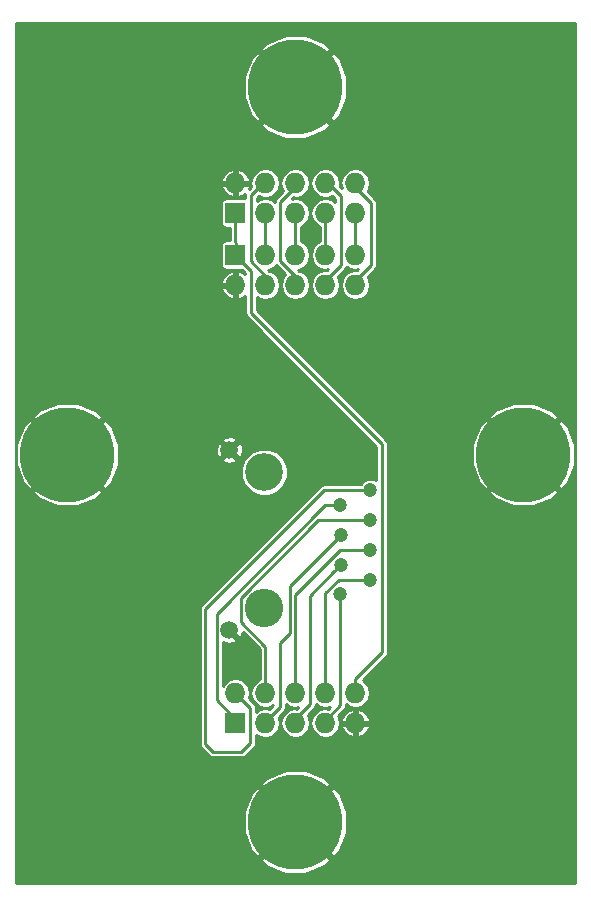
<source format=gbr>
G04 #@! TF.FileFunction,Copper,L1,Top,Signal*
%FSLAX46Y46*%
G04 Gerber Fmt 4.6, Leading zero omitted, Abs format (unit mm)*
G04 Created by KiCad (PCBNEW (after 2015-may-01 BZR unknown)-product) date Sun 17 May 2015 03:57:26 AM PDT*
%MOMM*%
G01*
G04 APERTURE LIST*
%ADD10C,0.100000*%
%ADD11R,1.727200X1.727200*%
%ADD12O,1.727200X1.727200*%
%ADD13C,3.251200*%
%ADD14C,3.200400*%
%ADD15C,1.200000*%
%ADD16C,1.500000*%
%ADD17C,8.001000*%
%ADD18C,0.250000*%
%ADD19C,0.254000*%
G04 APERTURE END LIST*
D10*
D11*
X128270000Y-69596000D03*
D12*
X128270000Y-72136000D03*
X130810000Y-69596000D03*
X130810000Y-72136000D03*
X133350000Y-69596000D03*
X133350000Y-72136000D03*
X135890000Y-69596000D03*
X135890000Y-72136000D03*
X138430000Y-69596000D03*
X138430000Y-72136000D03*
D13*
X130708400Y-99441000D03*
D14*
X130708400Y-87985600D03*
D15*
X137160000Y-90779600D03*
X137185400Y-93319600D03*
X137185400Y-95834200D03*
X137142220Y-98308160D03*
X139700000Y-89509600D03*
X139700000Y-92049600D03*
X139700000Y-94564200D03*
X139700000Y-97129600D03*
D16*
X127762000Y-101346000D03*
X127762000Y-86106000D03*
D17*
X114046000Y-86487000D03*
X133350000Y-55372000D03*
X152654000Y-86487000D03*
X133350000Y-117602000D03*
D11*
X128270000Y-66040000D03*
D12*
X128270000Y-63500000D03*
X130810000Y-66040000D03*
X130810000Y-63500000D03*
X133350000Y-66040000D03*
X133350000Y-63500000D03*
X135890000Y-66040000D03*
X135890000Y-63500000D03*
X138430000Y-66040000D03*
X138430000Y-63500000D03*
D11*
X128270000Y-109220000D03*
D12*
X128270000Y-106680000D03*
X130810000Y-109220000D03*
X130810000Y-106680000D03*
X133350000Y-109220000D03*
X133350000Y-106680000D03*
X135890000Y-109220000D03*
X135890000Y-106680000D03*
X138430000Y-109220000D03*
X138430000Y-106680000D03*
D18*
X130810000Y-67228900D02*
X130810000Y-69596000D01*
X130810000Y-67228900D02*
X130810000Y-67228900D01*
X130810000Y-66040000D02*
X130810000Y-67228900D01*
X130937000Y-72136000D02*
X130810000Y-72009000D01*
X130810000Y-72009000D02*
X130810000Y-71355130D01*
X129586000Y-70131130D02*
X129586000Y-64533500D01*
X130810000Y-71355130D02*
X129586000Y-70131130D01*
X129586000Y-64533500D02*
X130810000Y-63309500D01*
X130810000Y-63500000D02*
X130810000Y-63309500D01*
X130810000Y-63309500D02*
X130810000Y-63119000D01*
X133350000Y-67228900D02*
X133350000Y-69596000D01*
X133350000Y-67228900D02*
X133350000Y-67228900D01*
X133350000Y-66040000D02*
X133350000Y-67228900D01*
X133350000Y-63818400D02*
X132080000Y-65088400D01*
X132080000Y-65088400D02*
X132080000Y-70104000D01*
X132080000Y-70104000D02*
X133477000Y-71501000D01*
X133477000Y-71501000D02*
X133477000Y-72136000D01*
X133350000Y-63500000D02*
X133350000Y-63818400D01*
X133350000Y-63818400D02*
X133350000Y-64136900D01*
X135890000Y-67228900D02*
X135890000Y-69596000D01*
X135890000Y-67228900D02*
X135890000Y-67228900D01*
X135890000Y-66040000D02*
X135890000Y-67228900D01*
X136017000Y-72136000D02*
X135890000Y-72009000D01*
X135890000Y-72009000D02*
X135890000Y-71755000D01*
X137205900Y-64629900D02*
X136076000Y-63500000D01*
X135890000Y-71755000D02*
X137205900Y-70439100D01*
X137205900Y-70439100D02*
X137205900Y-64629900D01*
X135890000Y-63500000D02*
X136076000Y-63500000D01*
X136076000Y-63500000D02*
X136262000Y-63500000D01*
X128270000Y-109220000D02*
X128016000Y-109220000D01*
X128016000Y-108585000D02*
X126678000Y-107247000D01*
X128016000Y-109220000D02*
X128016000Y-108585000D01*
X126678000Y-107247000D02*
X126678000Y-99968500D01*
X126678000Y-99968500D02*
X135867000Y-90779600D01*
X135867000Y-90779600D02*
X137160000Y-90779600D01*
X130810000Y-109220000D02*
X130810000Y-109093000D01*
X130810000Y-109093000D02*
X131999000Y-107904000D01*
X131999000Y-107904000D02*
X131999000Y-102467000D01*
X131999000Y-102467000D02*
X132900000Y-101566000D01*
X132900000Y-101566000D02*
X132900000Y-97605400D01*
X132900000Y-97605400D02*
X136675400Y-93829300D01*
X136675400Y-93829300D02*
X137185000Y-93319600D01*
X136675700Y-93829300D02*
X137185400Y-93319600D01*
X136675400Y-93829300D02*
X136675700Y-93829300D01*
X133350000Y-109220000D02*
X133477000Y-109093000D01*
X133477000Y-109093000D02*
X133604000Y-109093000D01*
X133604000Y-109093000D02*
X133604000Y-108585000D01*
X134539000Y-107650000D02*
X134539000Y-98480700D01*
X133604000Y-108585000D02*
X134539000Y-107650000D01*
X134539000Y-98480700D02*
X136650000Y-96369300D01*
X136650000Y-96369300D02*
X137185000Y-95834200D01*
X136650300Y-96369300D02*
X137185400Y-95834200D01*
X136650000Y-96369300D02*
X136650300Y-96369300D01*
X135890000Y-109220000D02*
X136017000Y-109093000D01*
X136017000Y-108839000D02*
X137142000Y-107714000D01*
X136017000Y-109093000D02*
X136017000Y-108839000D01*
X137142000Y-107714000D02*
X137142000Y-102012200D01*
X137142000Y-102012200D02*
X137142000Y-98308200D01*
X137142200Y-102012000D02*
X137142200Y-98308200D01*
X137142000Y-102012200D02*
X137142200Y-102012000D01*
X139700000Y-89509600D02*
X135788000Y-89509600D01*
X135788000Y-89509600D02*
X125730000Y-99567600D01*
X125730000Y-99567600D02*
X125730000Y-110998000D01*
X129540000Y-110871000D02*
X129540000Y-107950000D01*
X125730000Y-110998000D02*
X126365000Y-111633000D01*
X129540000Y-107950000D02*
X128270000Y-106680000D01*
X126365000Y-111633000D02*
X128778000Y-111633000D01*
X128778000Y-111633000D02*
X129540000Y-110871000D01*
X130810000Y-102743000D02*
X130810000Y-106680000D01*
X128705000Y-100638000D02*
X130810000Y-102743000D01*
X128705000Y-98620700D02*
X128705000Y-100638000D01*
X135276000Y-92049600D02*
X128705000Y-98620700D01*
X139700000Y-92049600D02*
X135276000Y-92049600D01*
X133350000Y-105458686D02*
X133350000Y-106680000D01*
X133350000Y-101752410D02*
X133350000Y-105458686D01*
X133350010Y-101752400D02*
X133350000Y-101752410D01*
X133350010Y-98346790D02*
X133350010Y-101752400D01*
X139700000Y-94564200D02*
X137133000Y-94564200D01*
X137133000Y-94564200D02*
X133350010Y-98346790D01*
X135890000Y-98250900D02*
X135890000Y-106680000D01*
X137011000Y-97129600D02*
X135890000Y-98250900D01*
X139700000Y-97129600D02*
X137011000Y-97129600D01*
X138430000Y-106680000D02*
X138430000Y-105491100D01*
X138430000Y-105491100D02*
X140686000Y-103235100D01*
X140686000Y-103235100D02*
X140686000Y-85602800D01*
X140686000Y-85602800D02*
X129585900Y-74502700D01*
X129585900Y-74502700D02*
X129585900Y-70911900D01*
X128657280Y-69983280D02*
X128657280Y-69481895D01*
X129585900Y-70911900D02*
X128657280Y-69983280D01*
X128270000Y-68280100D02*
X128270000Y-68407100D01*
X128270000Y-66040000D02*
X128270000Y-68280100D01*
X128651000Y-69596000D02*
X128270000Y-68407100D01*
X138430000Y-67228900D02*
X138430000Y-69596000D01*
X138430000Y-67228900D02*
X138430000Y-67228900D01*
X138430000Y-66040000D02*
X138430000Y-67228900D01*
X138430000Y-63500000D02*
X138557000Y-63627000D01*
X138557000Y-63627000D02*
X138557000Y-64008000D01*
X138557000Y-64008000D02*
X139745900Y-65196900D01*
X139745900Y-65196900D02*
X139745900Y-70439100D01*
X139745900Y-70439100D02*
X138303000Y-71882000D01*
X138303000Y-71882000D02*
X138557000Y-72136000D01*
D19*
G36*
X131451942Y-107735465D02*
X131149355Y-108038052D01*
X130834383Y-107975400D01*
X130785617Y-107975400D01*
X130309329Y-108070140D01*
X130046000Y-108246090D01*
X130046000Y-107950000D01*
X130007483Y-107756362D01*
X129897796Y-107592204D01*
X129447169Y-107141577D01*
X129538983Y-106680000D01*
X129444243Y-106203712D01*
X129174448Y-105799935D01*
X128770671Y-105530140D01*
X128294383Y-105435400D01*
X128245617Y-105435400D01*
X127769329Y-105530140D01*
X127365552Y-105799935D01*
X127184000Y-106071646D01*
X127184000Y-102333292D01*
X127191059Y-102347898D01*
X127617930Y-102490123D01*
X128066733Y-102458164D01*
X128332941Y-102347898D01*
X128414841Y-102178446D01*
X127762000Y-101525605D01*
X127747857Y-101539747D01*
X127568252Y-101360142D01*
X127582395Y-101346000D01*
X127568252Y-101331857D01*
X127747857Y-101152252D01*
X127762000Y-101166395D01*
X127776142Y-101152252D01*
X127955747Y-101331857D01*
X127941605Y-101346000D01*
X128594446Y-101998841D01*
X128763898Y-101916941D01*
X128889967Y-101538559D01*
X130304000Y-102952592D01*
X130304000Y-105533700D01*
X129905552Y-105799935D01*
X129635757Y-106203712D01*
X129541017Y-106680000D01*
X129635757Y-107156288D01*
X129905552Y-107560065D01*
X130309329Y-107829860D01*
X130785617Y-107924600D01*
X130834383Y-107924600D01*
X131310671Y-107829860D01*
X131451942Y-107735465D01*
X131451942Y-107735465D01*
G37*
X131451942Y-107735465D02*
X131149355Y-108038052D01*
X130834383Y-107975400D01*
X130785617Y-107975400D01*
X130309329Y-108070140D01*
X130046000Y-108246090D01*
X130046000Y-107950000D01*
X130007483Y-107756362D01*
X129897796Y-107592204D01*
X129447169Y-107141577D01*
X129538983Y-106680000D01*
X129444243Y-106203712D01*
X129174448Y-105799935D01*
X128770671Y-105530140D01*
X128294383Y-105435400D01*
X128245617Y-105435400D01*
X127769329Y-105530140D01*
X127365552Y-105799935D01*
X127184000Y-106071646D01*
X127184000Y-102333292D01*
X127191059Y-102347898D01*
X127617930Y-102490123D01*
X128066733Y-102458164D01*
X128332941Y-102347898D01*
X128414841Y-102178446D01*
X127762000Y-101525605D01*
X127747857Y-101539747D01*
X127568252Y-101360142D01*
X127582395Y-101346000D01*
X127568252Y-101331857D01*
X127747857Y-101152252D01*
X127762000Y-101166395D01*
X127776142Y-101152252D01*
X127955747Y-101331857D01*
X127941605Y-101346000D01*
X128594446Y-101998841D01*
X128763898Y-101916941D01*
X128889967Y-101538559D01*
X130304000Y-102952592D01*
X130304000Y-105533700D01*
X129905552Y-105799935D01*
X129635757Y-106203712D01*
X129541017Y-106680000D01*
X129635757Y-107156288D01*
X129905552Y-107560065D01*
X130309329Y-107829860D01*
X130785617Y-107924600D01*
X130834383Y-107924600D01*
X131310671Y-107829860D01*
X131451942Y-107735465D01*
G36*
X157049000Y-122759000D02*
X157044688Y-122759000D01*
X157044688Y-85663001D01*
X156395137Y-84045480D01*
X156341341Y-83964971D01*
X155834032Y-83486573D01*
X155654427Y-83666178D01*
X155654427Y-83306968D01*
X155176029Y-82799659D01*
X153572967Y-82115202D01*
X151830001Y-82096312D01*
X150212480Y-82745863D01*
X150131971Y-82799659D01*
X149653573Y-83306968D01*
X152654000Y-86307395D01*
X155654427Y-83306968D01*
X155654427Y-83666178D01*
X152833605Y-86487000D01*
X155834032Y-89487427D01*
X156341341Y-89009029D01*
X157025798Y-87405967D01*
X157044688Y-85663001D01*
X157044688Y-122759000D01*
X155654427Y-122759000D01*
X155654427Y-89667032D01*
X152654000Y-86666605D01*
X152474395Y-86846210D01*
X152474395Y-86487000D01*
X149473968Y-83486573D01*
X148966659Y-83964971D01*
X148282202Y-85568033D01*
X148263312Y-87310999D01*
X148912863Y-88928520D01*
X148966659Y-89009029D01*
X149473968Y-89487427D01*
X152474395Y-86487000D01*
X152474395Y-86846210D01*
X149653573Y-89667032D01*
X150131971Y-90174341D01*
X151735033Y-90858798D01*
X153477999Y-90877688D01*
X155095520Y-90228137D01*
X155176029Y-90174341D01*
X155654427Y-89667032D01*
X155654427Y-122759000D01*
X141192000Y-122759000D01*
X141192000Y-103235100D01*
X141192000Y-85602800D01*
X141153483Y-85409162D01*
X141043796Y-85245004D01*
X140251900Y-84453108D01*
X140251900Y-70439100D01*
X140251900Y-65196900D01*
X140213383Y-65003263D01*
X140213383Y-65003262D01*
X140103696Y-64839104D01*
X139458700Y-64194108D01*
X139604243Y-63976288D01*
X139698983Y-63500000D01*
X139604243Y-63023712D01*
X139334448Y-62619935D01*
X138930671Y-62350140D01*
X138454383Y-62255400D01*
X138405617Y-62255400D01*
X137929329Y-62350140D01*
X137740688Y-62476185D01*
X137740688Y-54548001D01*
X137091137Y-52930480D01*
X137037341Y-52849971D01*
X136530032Y-52371573D01*
X136350427Y-52551178D01*
X136350427Y-52191968D01*
X135872029Y-51684659D01*
X134268967Y-51000202D01*
X132526001Y-50981312D01*
X130908480Y-51630863D01*
X130827971Y-51684659D01*
X130349573Y-52191968D01*
X133350000Y-55192395D01*
X136350427Y-52191968D01*
X136350427Y-52551178D01*
X133529605Y-55372000D01*
X136530032Y-58372427D01*
X137037341Y-57894029D01*
X137721798Y-56290967D01*
X137740688Y-54548001D01*
X137740688Y-62476185D01*
X137525552Y-62619935D01*
X137255757Y-63023712D01*
X137161017Y-63500000D01*
X137252746Y-63961154D01*
X137098028Y-63806436D01*
X137158983Y-63500000D01*
X137064243Y-63023712D01*
X136794448Y-62619935D01*
X136390671Y-62350140D01*
X136350427Y-62342134D01*
X136350427Y-58552032D01*
X133350000Y-55551605D01*
X133170395Y-55731210D01*
X133170395Y-55372000D01*
X130169968Y-52371573D01*
X129662659Y-52849971D01*
X128978202Y-54453033D01*
X128959312Y-56195999D01*
X129608863Y-57813520D01*
X129662659Y-57894029D01*
X130169968Y-58372427D01*
X133170395Y-55372000D01*
X133170395Y-55731210D01*
X130349573Y-58552032D01*
X130827971Y-59059341D01*
X132431033Y-59743798D01*
X134173999Y-59762688D01*
X135791520Y-59113137D01*
X135872029Y-59059341D01*
X136350427Y-58552032D01*
X136350427Y-62342134D01*
X135914383Y-62255400D01*
X135865617Y-62255400D01*
X135389329Y-62350140D01*
X134985552Y-62619935D01*
X134715757Y-63023712D01*
X134621017Y-63500000D01*
X134715757Y-63976288D01*
X134985552Y-64380065D01*
X135389329Y-64649860D01*
X135865617Y-64744600D01*
X135914383Y-64744600D01*
X136390671Y-64649860D01*
X136462364Y-64601956D01*
X136699900Y-64839492D01*
X136699900Y-65096760D01*
X136390671Y-64890140D01*
X135914383Y-64795400D01*
X135865617Y-64795400D01*
X135389329Y-64890140D01*
X134985552Y-65159935D01*
X134715757Y-65563712D01*
X134621017Y-66040000D01*
X134715757Y-66516288D01*
X134985552Y-66920065D01*
X135384000Y-67186299D01*
X135384000Y-67228900D01*
X135384000Y-68441609D01*
X135009935Y-68691552D01*
X134740140Y-69095329D01*
X134645400Y-69571617D01*
X134645400Y-69620383D01*
X134740140Y-70096671D01*
X135009935Y-70500448D01*
X135413712Y-70770243D01*
X135890000Y-70864983D01*
X136107735Y-70821672D01*
X136033789Y-70895618D01*
X135890000Y-70867017D01*
X135413712Y-70961757D01*
X135009935Y-71231552D01*
X134740140Y-71635329D01*
X134645400Y-72111617D01*
X134645400Y-72160383D01*
X134740140Y-72636671D01*
X135009935Y-73040448D01*
X135413712Y-73310243D01*
X135890000Y-73404983D01*
X136366288Y-73310243D01*
X136770065Y-73040448D01*
X137039860Y-72636671D01*
X137134600Y-72160383D01*
X137134600Y-72111617D01*
X137039860Y-71635329D01*
X136913850Y-71446741D01*
X137563696Y-70796896D01*
X137673383Y-70632738D01*
X137673383Y-70632737D01*
X137682127Y-70588776D01*
X137953712Y-70770243D01*
X138430000Y-70864983D01*
X138647735Y-70821672D01*
X138573789Y-70895618D01*
X138430000Y-70867017D01*
X137953712Y-70961757D01*
X137549935Y-71231552D01*
X137280140Y-71635329D01*
X137185400Y-72111617D01*
X137185400Y-72160383D01*
X137280140Y-72636671D01*
X137549935Y-73040448D01*
X137953712Y-73310243D01*
X138430000Y-73404983D01*
X138906288Y-73310243D01*
X139310065Y-73040448D01*
X139579860Y-72636671D01*
X139674600Y-72160383D01*
X139674600Y-72111617D01*
X139579860Y-71635329D01*
X139453850Y-71446741D01*
X140103696Y-70796896D01*
X140213383Y-70632738D01*
X140213383Y-70632737D01*
X140251900Y-70439100D01*
X140251900Y-84453108D01*
X130091900Y-74293108D01*
X130091900Y-73148669D01*
X130333712Y-73310243D01*
X130810000Y-73404983D01*
X131286288Y-73310243D01*
X131690065Y-73040448D01*
X131959860Y-72636671D01*
X132054600Y-72160383D01*
X132054600Y-72111617D01*
X131959860Y-71635329D01*
X131690065Y-71231552D01*
X131286288Y-70961757D01*
X131093963Y-70923501D01*
X130998041Y-70827579D01*
X131286288Y-70770243D01*
X131690065Y-70500448D01*
X131719047Y-70457072D01*
X131722204Y-70461796D01*
X132483138Y-71222730D01*
X132469935Y-71231552D01*
X132200140Y-71635329D01*
X132105400Y-72111617D01*
X132105400Y-72160383D01*
X132200140Y-72636671D01*
X132469935Y-73040448D01*
X132873712Y-73310243D01*
X133350000Y-73404983D01*
X133826288Y-73310243D01*
X134230065Y-73040448D01*
X134499860Y-72636671D01*
X134594600Y-72160383D01*
X134594600Y-72111617D01*
X134499860Y-71635329D01*
X134230065Y-71231552D01*
X133826288Y-70961757D01*
X133610407Y-70918815D01*
X133522301Y-70830709D01*
X133826288Y-70770243D01*
X134230065Y-70500448D01*
X134499860Y-70096671D01*
X134594600Y-69620383D01*
X134594600Y-69571617D01*
X134499860Y-69095329D01*
X134230065Y-68691552D01*
X133856000Y-68441609D01*
X133856000Y-67228900D01*
X133856000Y-67186299D01*
X134254448Y-66920065D01*
X134524243Y-66516288D01*
X134618983Y-66040000D01*
X134524243Y-65563712D01*
X134254448Y-65159935D01*
X133850671Y-64890140D01*
X133374383Y-64795400D01*
X133325617Y-64795400D01*
X133029737Y-64854254D01*
X133170288Y-64713703D01*
X133325617Y-64744600D01*
X133374383Y-64744600D01*
X133850671Y-64649860D01*
X134254448Y-64380065D01*
X134524243Y-63976288D01*
X134618983Y-63500000D01*
X134524243Y-63023712D01*
X134254448Y-62619935D01*
X133850671Y-62350140D01*
X133374383Y-62255400D01*
X133325617Y-62255400D01*
X132849329Y-62350140D01*
X132445552Y-62619935D01*
X132175757Y-63023712D01*
X132081017Y-63500000D01*
X132175757Y-63976288D01*
X132296225Y-64156582D01*
X131722204Y-64730604D01*
X131612517Y-64894762D01*
X131577916Y-65068707D01*
X131310671Y-64890140D01*
X130834383Y-64795400D01*
X130785617Y-64795400D01*
X130309329Y-64890140D01*
X130092000Y-65035354D01*
X130092000Y-64743092D01*
X130234938Y-64600153D01*
X130309329Y-64649860D01*
X130785617Y-64744600D01*
X130834383Y-64744600D01*
X131310671Y-64649860D01*
X131714448Y-64380065D01*
X131984243Y-63976288D01*
X132078983Y-63500000D01*
X131984243Y-63023712D01*
X131714448Y-62619935D01*
X131310671Y-62350140D01*
X130834383Y-62255400D01*
X130785617Y-62255400D01*
X130309329Y-62350140D01*
X129905552Y-62619935D01*
X129635757Y-63023712D01*
X129541017Y-63500000D01*
X129601224Y-63802683D01*
X129393954Y-64009953D01*
X129472993Y-63819118D01*
X129472993Y-63180882D01*
X129346305Y-62874999D01*
X129025199Y-62510690D01*
X128589120Y-62296995D01*
X128397000Y-62357135D01*
X128397000Y-63373000D01*
X129412312Y-63373000D01*
X129472993Y-63180882D01*
X129472993Y-63819118D01*
X129412312Y-63627000D01*
X128397000Y-63627000D01*
X128397000Y-64642865D01*
X128589120Y-64703005D01*
X129025199Y-64489310D01*
X129107323Y-64396136D01*
X129080000Y-64533500D01*
X129080000Y-64787936D01*
X128143000Y-64787936D01*
X128143000Y-64642865D01*
X128143000Y-63627000D01*
X128143000Y-63373000D01*
X128143000Y-62357135D01*
X127950880Y-62296995D01*
X127514801Y-62510690D01*
X127193695Y-62874999D01*
X127067007Y-63180882D01*
X127127688Y-63373000D01*
X128143000Y-63373000D01*
X128143000Y-63627000D01*
X127127688Y-63627000D01*
X127067007Y-63819118D01*
X127193695Y-64125001D01*
X127514801Y-64489310D01*
X127950880Y-64703005D01*
X128143000Y-64642865D01*
X128143000Y-64787936D01*
X127406400Y-64787936D01*
X127261126Y-64816122D01*
X127133444Y-64899996D01*
X127047974Y-65026616D01*
X127017936Y-65176400D01*
X127017936Y-66903600D01*
X127046122Y-67048874D01*
X127129996Y-67176556D01*
X127256616Y-67262026D01*
X127406400Y-67292064D01*
X127764000Y-67292064D01*
X127764000Y-68280100D01*
X127764000Y-68343936D01*
X127406400Y-68343936D01*
X127261126Y-68372122D01*
X127133444Y-68455996D01*
X127047974Y-68582616D01*
X127017936Y-68732400D01*
X127017936Y-70459600D01*
X127046122Y-70604874D01*
X127129996Y-70732556D01*
X127256616Y-70818026D01*
X127406400Y-70848064D01*
X128806472Y-70848064D01*
X129079900Y-71121492D01*
X129079900Y-71222667D01*
X128895001Y-71059695D01*
X128589118Y-70933007D01*
X128397000Y-70993688D01*
X128397000Y-72009000D01*
X128417000Y-72009000D01*
X128417000Y-72263000D01*
X128397000Y-72263000D01*
X128397000Y-73278312D01*
X128589118Y-73338993D01*
X128895001Y-73212305D01*
X129079900Y-73049332D01*
X129079900Y-74502700D01*
X129118417Y-74696338D01*
X129228104Y-74860496D01*
X140180000Y-85812392D01*
X140180000Y-88646702D01*
X139895989Y-88528771D01*
X139505723Y-88528430D01*
X139145034Y-88677464D01*
X138868834Y-88953183D01*
X138847899Y-89003600D01*
X135788000Y-89003600D01*
X135594362Y-89042117D01*
X135430204Y-89151804D01*
X132689943Y-91892065D01*
X132689943Y-87593244D01*
X132388959Y-86864806D01*
X131832125Y-86307000D01*
X131104214Y-86004745D01*
X130316044Y-86004057D01*
X129587606Y-86305041D01*
X129029800Y-86861875D01*
X128906123Y-87159722D01*
X128906123Y-86250070D01*
X128874164Y-85801267D01*
X128763898Y-85535059D01*
X128594446Y-85453159D01*
X128414841Y-85632764D01*
X128414841Y-85273554D01*
X128332941Y-85104102D01*
X128143000Y-85040817D01*
X128143000Y-73278312D01*
X128143000Y-72263000D01*
X128143000Y-72009000D01*
X128143000Y-70993688D01*
X127950882Y-70933007D01*
X127644999Y-71059695D01*
X127280690Y-71380801D01*
X127066995Y-71816880D01*
X127127135Y-72009000D01*
X128143000Y-72009000D01*
X128143000Y-72263000D01*
X127127135Y-72263000D01*
X127066995Y-72455120D01*
X127280690Y-72891199D01*
X127644999Y-73212305D01*
X127950882Y-73338993D01*
X128143000Y-73278312D01*
X128143000Y-85040817D01*
X127906070Y-84961877D01*
X127457267Y-84993836D01*
X127191059Y-85104102D01*
X127109159Y-85273554D01*
X127762000Y-85926395D01*
X128414841Y-85273554D01*
X128414841Y-85632764D01*
X127941605Y-86106000D01*
X128594446Y-86758841D01*
X128763898Y-86676941D01*
X128906123Y-86250070D01*
X128906123Y-87159722D01*
X128727545Y-87589786D01*
X128726857Y-88377956D01*
X129027841Y-89106394D01*
X129584675Y-89664200D01*
X130312586Y-89966455D01*
X131100756Y-89967143D01*
X131829194Y-89666159D01*
X132387000Y-89109325D01*
X132689255Y-88381414D01*
X132689943Y-87593244D01*
X132689943Y-91892065D01*
X128414841Y-96167167D01*
X128414841Y-86938446D01*
X127762000Y-86285605D01*
X127582395Y-86465210D01*
X127582395Y-86106000D01*
X126929554Y-85453159D01*
X126760102Y-85535059D01*
X126617877Y-85961930D01*
X126649836Y-86410733D01*
X126760102Y-86676941D01*
X126929554Y-86758841D01*
X127582395Y-86106000D01*
X127582395Y-86465210D01*
X127109159Y-86938446D01*
X127191059Y-87107898D01*
X127617930Y-87250123D01*
X128066733Y-87218164D01*
X128332941Y-87107898D01*
X128414841Y-86938446D01*
X128414841Y-96167167D01*
X125372204Y-99209804D01*
X125262517Y-99373962D01*
X125224000Y-99567600D01*
X125224000Y-110998000D01*
X125262517Y-111191638D01*
X125372204Y-111355796D01*
X126007204Y-111990796D01*
X126171362Y-112100483D01*
X126171363Y-112100483D01*
X126365000Y-112139000D01*
X128778000Y-112139000D01*
X128971638Y-112100483D01*
X129135796Y-111990796D01*
X129897796Y-111228796D01*
X130007483Y-111064638D01*
X130007483Y-111064637D01*
X130046000Y-110871000D01*
X130046000Y-110193909D01*
X130309329Y-110369860D01*
X130785617Y-110464600D01*
X130834383Y-110464600D01*
X131310671Y-110369860D01*
X131714448Y-110100065D01*
X131984243Y-109696288D01*
X132078983Y-109220000D01*
X131984243Y-108743712D01*
X131940438Y-108678153D01*
X132356796Y-108261796D01*
X132466483Y-108097638D01*
X132505000Y-107904000D01*
X132505000Y-107599786D01*
X132849329Y-107829860D01*
X133325617Y-107924600D01*
X133374383Y-107924600D01*
X133592118Y-107881289D01*
X133477497Y-107995910D01*
X133374383Y-107975400D01*
X133325617Y-107975400D01*
X132849329Y-108070140D01*
X132445552Y-108339935D01*
X132175757Y-108743712D01*
X132081017Y-109220000D01*
X132175757Y-109696288D01*
X132445552Y-110100065D01*
X132849329Y-110369860D01*
X133325617Y-110464600D01*
X133374383Y-110464600D01*
X133850671Y-110369860D01*
X134254448Y-110100065D01*
X134524243Y-109696288D01*
X134618983Y-109220000D01*
X134524243Y-108743712D01*
X134378700Y-108525891D01*
X134896796Y-108007796D01*
X135006483Y-107843638D01*
X135006483Y-107843637D01*
X135045000Y-107650000D01*
X135045000Y-107599786D01*
X135389329Y-107829860D01*
X135865617Y-107924600D01*
X135914383Y-107924600D01*
X136290653Y-107849754D01*
X136123426Y-108016981D01*
X135914383Y-107975400D01*
X135865617Y-107975400D01*
X135389329Y-108070140D01*
X134985552Y-108339935D01*
X134715757Y-108743712D01*
X134621017Y-109220000D01*
X134715757Y-109696288D01*
X134985552Y-110100065D01*
X135389329Y-110369860D01*
X135865617Y-110464600D01*
X135914383Y-110464600D01*
X136390671Y-110369860D01*
X136794448Y-110100065D01*
X137064243Y-109696288D01*
X137158983Y-109220000D01*
X137064243Y-108743712D01*
X136969569Y-108602022D01*
X137499796Y-108071796D01*
X137609483Y-107907638D01*
X137648000Y-107714000D01*
X137648000Y-107641882D01*
X137929329Y-107829860D01*
X138405617Y-107924600D01*
X138454383Y-107924600D01*
X138930671Y-107829860D01*
X139334448Y-107560065D01*
X139604243Y-107156288D01*
X139698983Y-106680000D01*
X139604243Y-106203712D01*
X139334448Y-105799935D01*
X139036103Y-105600588D01*
X141043796Y-103592896D01*
X141153483Y-103428738D01*
X141192000Y-103235100D01*
X141192000Y-122759000D01*
X139632993Y-122759000D01*
X139632993Y-109539118D01*
X139632993Y-108900882D01*
X139506305Y-108594999D01*
X139185199Y-108230690D01*
X138749120Y-108016995D01*
X138557000Y-108077135D01*
X138557000Y-109093000D01*
X139572312Y-109093000D01*
X139632993Y-108900882D01*
X139632993Y-109539118D01*
X139572312Y-109347000D01*
X138557000Y-109347000D01*
X138557000Y-110362865D01*
X138749120Y-110423005D01*
X139185199Y-110209310D01*
X139506305Y-109845001D01*
X139632993Y-109539118D01*
X139632993Y-122759000D01*
X138303000Y-122759000D01*
X138303000Y-110362865D01*
X138303000Y-109347000D01*
X138303000Y-109093000D01*
X138303000Y-108077135D01*
X138110880Y-108016995D01*
X137674801Y-108230690D01*
X137353695Y-108594999D01*
X137227007Y-108900882D01*
X137287688Y-109093000D01*
X138303000Y-109093000D01*
X138303000Y-109347000D01*
X137287688Y-109347000D01*
X137227007Y-109539118D01*
X137353695Y-109845001D01*
X137674801Y-110209310D01*
X138110880Y-110423005D01*
X138303000Y-110362865D01*
X138303000Y-122759000D01*
X137740688Y-122759000D01*
X137740688Y-116778001D01*
X137091137Y-115160480D01*
X137037341Y-115079971D01*
X136530032Y-114601573D01*
X136350427Y-114781178D01*
X136350427Y-114421968D01*
X135872029Y-113914659D01*
X134268967Y-113230202D01*
X132526001Y-113211312D01*
X130908480Y-113860863D01*
X130827971Y-113914659D01*
X130349573Y-114421968D01*
X133350000Y-117422395D01*
X136350427Y-114421968D01*
X136350427Y-114781178D01*
X133529605Y-117602000D01*
X136530032Y-120602427D01*
X137037341Y-120124029D01*
X137721798Y-118520967D01*
X137740688Y-116778001D01*
X137740688Y-122759000D01*
X136350427Y-122759000D01*
X136350427Y-120782032D01*
X133350000Y-117781605D01*
X133170395Y-117961210D01*
X133170395Y-117602000D01*
X130169968Y-114601573D01*
X129662659Y-115079971D01*
X128978202Y-116683033D01*
X128959312Y-118425999D01*
X129608863Y-120043520D01*
X129662659Y-120124029D01*
X130169968Y-120602427D01*
X133170395Y-117602000D01*
X133170395Y-117961210D01*
X130349573Y-120782032D01*
X130827971Y-121289341D01*
X132431033Y-121973798D01*
X134173999Y-121992688D01*
X135791520Y-121343137D01*
X135872029Y-121289341D01*
X136350427Y-120782032D01*
X136350427Y-122759000D01*
X118436688Y-122759000D01*
X118436688Y-85663001D01*
X117787137Y-84045480D01*
X117733341Y-83964971D01*
X117226032Y-83486573D01*
X117046427Y-83666178D01*
X117046427Y-83306968D01*
X116568029Y-82799659D01*
X114964967Y-82115202D01*
X113222001Y-82096312D01*
X111604480Y-82745863D01*
X111523971Y-82799659D01*
X111045573Y-83306968D01*
X114046000Y-86307395D01*
X117046427Y-83306968D01*
X117046427Y-83666178D01*
X114225605Y-86487000D01*
X117226032Y-89487427D01*
X117733341Y-89009029D01*
X118417798Y-87405967D01*
X118436688Y-85663001D01*
X118436688Y-122759000D01*
X117046427Y-122759000D01*
X117046427Y-89667032D01*
X114046000Y-86666605D01*
X113866395Y-86846210D01*
X113866395Y-86487000D01*
X110865968Y-83486573D01*
X110358659Y-83964971D01*
X109674202Y-85568033D01*
X109655312Y-87310999D01*
X110304863Y-88928520D01*
X110358659Y-89009029D01*
X110865968Y-89487427D01*
X113866395Y-86487000D01*
X113866395Y-86846210D01*
X111045573Y-89667032D01*
X111523971Y-90174341D01*
X113127033Y-90858798D01*
X114869999Y-90877688D01*
X116487520Y-90228137D01*
X116568029Y-90174341D01*
X117046427Y-89667032D01*
X117046427Y-122759000D01*
X109651000Y-122759000D01*
X109651000Y-49961000D01*
X157049000Y-49961000D01*
X157049000Y-122759000D01*
X157049000Y-122759000D01*
G37*
X157049000Y-122759000D02*
X157044688Y-122759000D01*
X157044688Y-85663001D01*
X156395137Y-84045480D01*
X156341341Y-83964971D01*
X155834032Y-83486573D01*
X155654427Y-83666178D01*
X155654427Y-83306968D01*
X155176029Y-82799659D01*
X153572967Y-82115202D01*
X151830001Y-82096312D01*
X150212480Y-82745863D01*
X150131971Y-82799659D01*
X149653573Y-83306968D01*
X152654000Y-86307395D01*
X155654427Y-83306968D01*
X155654427Y-83666178D01*
X152833605Y-86487000D01*
X155834032Y-89487427D01*
X156341341Y-89009029D01*
X157025798Y-87405967D01*
X157044688Y-85663001D01*
X157044688Y-122759000D01*
X155654427Y-122759000D01*
X155654427Y-89667032D01*
X152654000Y-86666605D01*
X152474395Y-86846210D01*
X152474395Y-86487000D01*
X149473968Y-83486573D01*
X148966659Y-83964971D01*
X148282202Y-85568033D01*
X148263312Y-87310999D01*
X148912863Y-88928520D01*
X148966659Y-89009029D01*
X149473968Y-89487427D01*
X152474395Y-86487000D01*
X152474395Y-86846210D01*
X149653573Y-89667032D01*
X150131971Y-90174341D01*
X151735033Y-90858798D01*
X153477999Y-90877688D01*
X155095520Y-90228137D01*
X155176029Y-90174341D01*
X155654427Y-89667032D01*
X155654427Y-122759000D01*
X141192000Y-122759000D01*
X141192000Y-103235100D01*
X141192000Y-85602800D01*
X141153483Y-85409162D01*
X141043796Y-85245004D01*
X140251900Y-84453108D01*
X140251900Y-70439100D01*
X140251900Y-65196900D01*
X140213383Y-65003263D01*
X140213383Y-65003262D01*
X140103696Y-64839104D01*
X139458700Y-64194108D01*
X139604243Y-63976288D01*
X139698983Y-63500000D01*
X139604243Y-63023712D01*
X139334448Y-62619935D01*
X138930671Y-62350140D01*
X138454383Y-62255400D01*
X138405617Y-62255400D01*
X137929329Y-62350140D01*
X137740688Y-62476185D01*
X137740688Y-54548001D01*
X137091137Y-52930480D01*
X137037341Y-52849971D01*
X136530032Y-52371573D01*
X136350427Y-52551178D01*
X136350427Y-52191968D01*
X135872029Y-51684659D01*
X134268967Y-51000202D01*
X132526001Y-50981312D01*
X130908480Y-51630863D01*
X130827971Y-51684659D01*
X130349573Y-52191968D01*
X133350000Y-55192395D01*
X136350427Y-52191968D01*
X136350427Y-52551178D01*
X133529605Y-55372000D01*
X136530032Y-58372427D01*
X137037341Y-57894029D01*
X137721798Y-56290967D01*
X137740688Y-54548001D01*
X137740688Y-62476185D01*
X137525552Y-62619935D01*
X137255757Y-63023712D01*
X137161017Y-63500000D01*
X137252746Y-63961154D01*
X137098028Y-63806436D01*
X137158983Y-63500000D01*
X137064243Y-63023712D01*
X136794448Y-62619935D01*
X136390671Y-62350140D01*
X136350427Y-62342134D01*
X136350427Y-58552032D01*
X133350000Y-55551605D01*
X133170395Y-55731210D01*
X133170395Y-55372000D01*
X130169968Y-52371573D01*
X129662659Y-52849971D01*
X128978202Y-54453033D01*
X128959312Y-56195999D01*
X129608863Y-57813520D01*
X129662659Y-57894029D01*
X130169968Y-58372427D01*
X133170395Y-55372000D01*
X133170395Y-55731210D01*
X130349573Y-58552032D01*
X130827971Y-59059341D01*
X132431033Y-59743798D01*
X134173999Y-59762688D01*
X135791520Y-59113137D01*
X135872029Y-59059341D01*
X136350427Y-58552032D01*
X136350427Y-62342134D01*
X135914383Y-62255400D01*
X135865617Y-62255400D01*
X135389329Y-62350140D01*
X134985552Y-62619935D01*
X134715757Y-63023712D01*
X134621017Y-63500000D01*
X134715757Y-63976288D01*
X134985552Y-64380065D01*
X135389329Y-64649860D01*
X135865617Y-64744600D01*
X135914383Y-64744600D01*
X136390671Y-64649860D01*
X136462364Y-64601956D01*
X136699900Y-64839492D01*
X136699900Y-65096760D01*
X136390671Y-64890140D01*
X135914383Y-64795400D01*
X135865617Y-64795400D01*
X135389329Y-64890140D01*
X134985552Y-65159935D01*
X134715757Y-65563712D01*
X134621017Y-66040000D01*
X134715757Y-66516288D01*
X134985552Y-66920065D01*
X135384000Y-67186299D01*
X135384000Y-67228900D01*
X135384000Y-68441609D01*
X135009935Y-68691552D01*
X134740140Y-69095329D01*
X134645400Y-69571617D01*
X134645400Y-69620383D01*
X134740140Y-70096671D01*
X135009935Y-70500448D01*
X135413712Y-70770243D01*
X135890000Y-70864983D01*
X136107735Y-70821672D01*
X136033789Y-70895618D01*
X135890000Y-70867017D01*
X135413712Y-70961757D01*
X135009935Y-71231552D01*
X134740140Y-71635329D01*
X134645400Y-72111617D01*
X134645400Y-72160383D01*
X134740140Y-72636671D01*
X135009935Y-73040448D01*
X135413712Y-73310243D01*
X135890000Y-73404983D01*
X136366288Y-73310243D01*
X136770065Y-73040448D01*
X137039860Y-72636671D01*
X137134600Y-72160383D01*
X137134600Y-72111617D01*
X137039860Y-71635329D01*
X136913850Y-71446741D01*
X137563696Y-70796896D01*
X137673383Y-70632738D01*
X137673383Y-70632737D01*
X137682127Y-70588776D01*
X137953712Y-70770243D01*
X138430000Y-70864983D01*
X138647735Y-70821672D01*
X138573789Y-70895618D01*
X138430000Y-70867017D01*
X137953712Y-70961757D01*
X137549935Y-71231552D01*
X137280140Y-71635329D01*
X137185400Y-72111617D01*
X137185400Y-72160383D01*
X137280140Y-72636671D01*
X137549935Y-73040448D01*
X137953712Y-73310243D01*
X138430000Y-73404983D01*
X138906288Y-73310243D01*
X139310065Y-73040448D01*
X139579860Y-72636671D01*
X139674600Y-72160383D01*
X139674600Y-72111617D01*
X139579860Y-71635329D01*
X139453850Y-71446741D01*
X140103696Y-70796896D01*
X140213383Y-70632738D01*
X140213383Y-70632737D01*
X140251900Y-70439100D01*
X140251900Y-84453108D01*
X130091900Y-74293108D01*
X130091900Y-73148669D01*
X130333712Y-73310243D01*
X130810000Y-73404983D01*
X131286288Y-73310243D01*
X131690065Y-73040448D01*
X131959860Y-72636671D01*
X132054600Y-72160383D01*
X132054600Y-72111617D01*
X131959860Y-71635329D01*
X131690065Y-71231552D01*
X131286288Y-70961757D01*
X131093963Y-70923501D01*
X130998041Y-70827579D01*
X131286288Y-70770243D01*
X131690065Y-70500448D01*
X131719047Y-70457072D01*
X131722204Y-70461796D01*
X132483138Y-71222730D01*
X132469935Y-71231552D01*
X132200140Y-71635329D01*
X132105400Y-72111617D01*
X132105400Y-72160383D01*
X132200140Y-72636671D01*
X132469935Y-73040448D01*
X132873712Y-73310243D01*
X133350000Y-73404983D01*
X133826288Y-73310243D01*
X134230065Y-73040448D01*
X134499860Y-72636671D01*
X134594600Y-72160383D01*
X134594600Y-72111617D01*
X134499860Y-71635329D01*
X134230065Y-71231552D01*
X133826288Y-70961757D01*
X133610407Y-70918815D01*
X133522301Y-70830709D01*
X133826288Y-70770243D01*
X134230065Y-70500448D01*
X134499860Y-70096671D01*
X134594600Y-69620383D01*
X134594600Y-69571617D01*
X134499860Y-69095329D01*
X134230065Y-68691552D01*
X133856000Y-68441609D01*
X133856000Y-67228900D01*
X133856000Y-67186299D01*
X134254448Y-66920065D01*
X134524243Y-66516288D01*
X134618983Y-66040000D01*
X134524243Y-65563712D01*
X134254448Y-65159935D01*
X133850671Y-64890140D01*
X133374383Y-64795400D01*
X133325617Y-64795400D01*
X133029737Y-64854254D01*
X133170288Y-64713703D01*
X133325617Y-64744600D01*
X133374383Y-64744600D01*
X133850671Y-64649860D01*
X134254448Y-64380065D01*
X134524243Y-63976288D01*
X134618983Y-63500000D01*
X134524243Y-63023712D01*
X134254448Y-62619935D01*
X133850671Y-62350140D01*
X133374383Y-62255400D01*
X133325617Y-62255400D01*
X132849329Y-62350140D01*
X132445552Y-62619935D01*
X132175757Y-63023712D01*
X132081017Y-63500000D01*
X132175757Y-63976288D01*
X132296225Y-64156582D01*
X131722204Y-64730604D01*
X131612517Y-64894762D01*
X131577916Y-65068707D01*
X131310671Y-64890140D01*
X130834383Y-64795400D01*
X130785617Y-64795400D01*
X130309329Y-64890140D01*
X130092000Y-65035354D01*
X130092000Y-64743092D01*
X130234938Y-64600153D01*
X130309329Y-64649860D01*
X130785617Y-64744600D01*
X130834383Y-64744600D01*
X131310671Y-64649860D01*
X131714448Y-64380065D01*
X131984243Y-63976288D01*
X132078983Y-63500000D01*
X131984243Y-63023712D01*
X131714448Y-62619935D01*
X131310671Y-62350140D01*
X130834383Y-62255400D01*
X130785617Y-62255400D01*
X130309329Y-62350140D01*
X129905552Y-62619935D01*
X129635757Y-63023712D01*
X129541017Y-63500000D01*
X129601224Y-63802683D01*
X129393954Y-64009953D01*
X129472993Y-63819118D01*
X129472993Y-63180882D01*
X129346305Y-62874999D01*
X129025199Y-62510690D01*
X128589120Y-62296995D01*
X128397000Y-62357135D01*
X128397000Y-63373000D01*
X129412312Y-63373000D01*
X129472993Y-63180882D01*
X129472993Y-63819118D01*
X129412312Y-63627000D01*
X128397000Y-63627000D01*
X128397000Y-64642865D01*
X128589120Y-64703005D01*
X129025199Y-64489310D01*
X129107323Y-64396136D01*
X129080000Y-64533500D01*
X129080000Y-64787936D01*
X128143000Y-64787936D01*
X128143000Y-64642865D01*
X128143000Y-63627000D01*
X128143000Y-63373000D01*
X128143000Y-62357135D01*
X127950880Y-62296995D01*
X127514801Y-62510690D01*
X127193695Y-62874999D01*
X127067007Y-63180882D01*
X127127688Y-63373000D01*
X128143000Y-63373000D01*
X128143000Y-63627000D01*
X127127688Y-63627000D01*
X127067007Y-63819118D01*
X127193695Y-64125001D01*
X127514801Y-64489310D01*
X127950880Y-64703005D01*
X128143000Y-64642865D01*
X128143000Y-64787936D01*
X127406400Y-64787936D01*
X127261126Y-64816122D01*
X127133444Y-64899996D01*
X127047974Y-65026616D01*
X127017936Y-65176400D01*
X127017936Y-66903600D01*
X127046122Y-67048874D01*
X127129996Y-67176556D01*
X127256616Y-67262026D01*
X127406400Y-67292064D01*
X127764000Y-67292064D01*
X127764000Y-68280100D01*
X127764000Y-68343936D01*
X127406400Y-68343936D01*
X127261126Y-68372122D01*
X127133444Y-68455996D01*
X127047974Y-68582616D01*
X127017936Y-68732400D01*
X127017936Y-70459600D01*
X127046122Y-70604874D01*
X127129996Y-70732556D01*
X127256616Y-70818026D01*
X127406400Y-70848064D01*
X128806472Y-70848064D01*
X129079900Y-71121492D01*
X129079900Y-71222667D01*
X128895001Y-71059695D01*
X128589118Y-70933007D01*
X128397000Y-70993688D01*
X128397000Y-72009000D01*
X128417000Y-72009000D01*
X128417000Y-72263000D01*
X128397000Y-72263000D01*
X128397000Y-73278312D01*
X128589118Y-73338993D01*
X128895001Y-73212305D01*
X129079900Y-73049332D01*
X129079900Y-74502700D01*
X129118417Y-74696338D01*
X129228104Y-74860496D01*
X140180000Y-85812392D01*
X140180000Y-88646702D01*
X139895989Y-88528771D01*
X139505723Y-88528430D01*
X139145034Y-88677464D01*
X138868834Y-88953183D01*
X138847899Y-89003600D01*
X135788000Y-89003600D01*
X135594362Y-89042117D01*
X135430204Y-89151804D01*
X132689943Y-91892065D01*
X132689943Y-87593244D01*
X132388959Y-86864806D01*
X131832125Y-86307000D01*
X131104214Y-86004745D01*
X130316044Y-86004057D01*
X129587606Y-86305041D01*
X129029800Y-86861875D01*
X128906123Y-87159722D01*
X128906123Y-86250070D01*
X128874164Y-85801267D01*
X128763898Y-85535059D01*
X128594446Y-85453159D01*
X128414841Y-85632764D01*
X128414841Y-85273554D01*
X128332941Y-85104102D01*
X128143000Y-85040817D01*
X128143000Y-73278312D01*
X128143000Y-72263000D01*
X128143000Y-72009000D01*
X128143000Y-70993688D01*
X127950882Y-70933007D01*
X127644999Y-71059695D01*
X127280690Y-71380801D01*
X127066995Y-71816880D01*
X127127135Y-72009000D01*
X128143000Y-72009000D01*
X128143000Y-72263000D01*
X127127135Y-72263000D01*
X127066995Y-72455120D01*
X127280690Y-72891199D01*
X127644999Y-73212305D01*
X127950882Y-73338993D01*
X128143000Y-73278312D01*
X128143000Y-85040817D01*
X127906070Y-84961877D01*
X127457267Y-84993836D01*
X127191059Y-85104102D01*
X127109159Y-85273554D01*
X127762000Y-85926395D01*
X128414841Y-85273554D01*
X128414841Y-85632764D01*
X127941605Y-86106000D01*
X128594446Y-86758841D01*
X128763898Y-86676941D01*
X128906123Y-86250070D01*
X128906123Y-87159722D01*
X128727545Y-87589786D01*
X128726857Y-88377956D01*
X129027841Y-89106394D01*
X129584675Y-89664200D01*
X130312586Y-89966455D01*
X131100756Y-89967143D01*
X131829194Y-89666159D01*
X132387000Y-89109325D01*
X132689255Y-88381414D01*
X132689943Y-87593244D01*
X132689943Y-91892065D01*
X128414841Y-96167167D01*
X128414841Y-86938446D01*
X127762000Y-86285605D01*
X127582395Y-86465210D01*
X127582395Y-86106000D01*
X126929554Y-85453159D01*
X126760102Y-85535059D01*
X126617877Y-85961930D01*
X126649836Y-86410733D01*
X126760102Y-86676941D01*
X126929554Y-86758841D01*
X127582395Y-86106000D01*
X127582395Y-86465210D01*
X127109159Y-86938446D01*
X127191059Y-87107898D01*
X127617930Y-87250123D01*
X128066733Y-87218164D01*
X128332941Y-87107898D01*
X128414841Y-86938446D01*
X128414841Y-96167167D01*
X125372204Y-99209804D01*
X125262517Y-99373962D01*
X125224000Y-99567600D01*
X125224000Y-110998000D01*
X125262517Y-111191638D01*
X125372204Y-111355796D01*
X126007204Y-111990796D01*
X126171362Y-112100483D01*
X126171363Y-112100483D01*
X126365000Y-112139000D01*
X128778000Y-112139000D01*
X128971638Y-112100483D01*
X129135796Y-111990796D01*
X129897796Y-111228796D01*
X130007483Y-111064638D01*
X130007483Y-111064637D01*
X130046000Y-110871000D01*
X130046000Y-110193909D01*
X130309329Y-110369860D01*
X130785617Y-110464600D01*
X130834383Y-110464600D01*
X131310671Y-110369860D01*
X131714448Y-110100065D01*
X131984243Y-109696288D01*
X132078983Y-109220000D01*
X131984243Y-108743712D01*
X131940438Y-108678153D01*
X132356796Y-108261796D01*
X132466483Y-108097638D01*
X132505000Y-107904000D01*
X132505000Y-107599786D01*
X132849329Y-107829860D01*
X133325617Y-107924600D01*
X133374383Y-107924600D01*
X133592118Y-107881289D01*
X133477497Y-107995910D01*
X133374383Y-107975400D01*
X133325617Y-107975400D01*
X132849329Y-108070140D01*
X132445552Y-108339935D01*
X132175757Y-108743712D01*
X132081017Y-109220000D01*
X132175757Y-109696288D01*
X132445552Y-110100065D01*
X132849329Y-110369860D01*
X133325617Y-110464600D01*
X133374383Y-110464600D01*
X133850671Y-110369860D01*
X134254448Y-110100065D01*
X134524243Y-109696288D01*
X134618983Y-109220000D01*
X134524243Y-108743712D01*
X134378700Y-108525891D01*
X134896796Y-108007796D01*
X135006483Y-107843638D01*
X135006483Y-107843637D01*
X135045000Y-107650000D01*
X135045000Y-107599786D01*
X135389329Y-107829860D01*
X135865617Y-107924600D01*
X135914383Y-107924600D01*
X136290653Y-107849754D01*
X136123426Y-108016981D01*
X135914383Y-107975400D01*
X135865617Y-107975400D01*
X135389329Y-108070140D01*
X134985552Y-108339935D01*
X134715757Y-108743712D01*
X134621017Y-109220000D01*
X134715757Y-109696288D01*
X134985552Y-110100065D01*
X135389329Y-110369860D01*
X135865617Y-110464600D01*
X135914383Y-110464600D01*
X136390671Y-110369860D01*
X136794448Y-110100065D01*
X137064243Y-109696288D01*
X137158983Y-109220000D01*
X137064243Y-108743712D01*
X136969569Y-108602022D01*
X137499796Y-108071796D01*
X137609483Y-107907638D01*
X137648000Y-107714000D01*
X137648000Y-107641882D01*
X137929329Y-107829860D01*
X138405617Y-107924600D01*
X138454383Y-107924600D01*
X138930671Y-107829860D01*
X139334448Y-107560065D01*
X139604243Y-107156288D01*
X139698983Y-106680000D01*
X139604243Y-106203712D01*
X139334448Y-105799935D01*
X139036103Y-105600588D01*
X141043796Y-103592896D01*
X141153483Y-103428738D01*
X141192000Y-103235100D01*
X141192000Y-122759000D01*
X139632993Y-122759000D01*
X139632993Y-109539118D01*
X139632993Y-108900882D01*
X139506305Y-108594999D01*
X139185199Y-108230690D01*
X138749120Y-108016995D01*
X138557000Y-108077135D01*
X138557000Y-109093000D01*
X139572312Y-109093000D01*
X139632993Y-108900882D01*
X139632993Y-109539118D01*
X139572312Y-109347000D01*
X138557000Y-109347000D01*
X138557000Y-110362865D01*
X138749120Y-110423005D01*
X139185199Y-110209310D01*
X139506305Y-109845001D01*
X139632993Y-109539118D01*
X139632993Y-122759000D01*
X138303000Y-122759000D01*
X138303000Y-110362865D01*
X138303000Y-109347000D01*
X138303000Y-109093000D01*
X138303000Y-108077135D01*
X138110880Y-108016995D01*
X137674801Y-108230690D01*
X137353695Y-108594999D01*
X137227007Y-108900882D01*
X137287688Y-109093000D01*
X138303000Y-109093000D01*
X138303000Y-109347000D01*
X137287688Y-109347000D01*
X137227007Y-109539118D01*
X137353695Y-109845001D01*
X137674801Y-110209310D01*
X138110880Y-110423005D01*
X138303000Y-110362865D01*
X138303000Y-122759000D01*
X137740688Y-122759000D01*
X137740688Y-116778001D01*
X137091137Y-115160480D01*
X137037341Y-115079971D01*
X136530032Y-114601573D01*
X136350427Y-114781178D01*
X136350427Y-114421968D01*
X135872029Y-113914659D01*
X134268967Y-113230202D01*
X132526001Y-113211312D01*
X130908480Y-113860863D01*
X130827971Y-113914659D01*
X130349573Y-114421968D01*
X133350000Y-117422395D01*
X136350427Y-114421968D01*
X136350427Y-114781178D01*
X133529605Y-117602000D01*
X136530032Y-120602427D01*
X137037341Y-120124029D01*
X137721798Y-118520967D01*
X137740688Y-116778001D01*
X137740688Y-122759000D01*
X136350427Y-122759000D01*
X136350427Y-120782032D01*
X133350000Y-117781605D01*
X133170395Y-117961210D01*
X133170395Y-117602000D01*
X130169968Y-114601573D01*
X129662659Y-115079971D01*
X128978202Y-116683033D01*
X128959312Y-118425999D01*
X129608863Y-120043520D01*
X129662659Y-120124029D01*
X130169968Y-120602427D01*
X133170395Y-117602000D01*
X133170395Y-117961210D01*
X130349573Y-120782032D01*
X130827971Y-121289341D01*
X132431033Y-121973798D01*
X134173999Y-121992688D01*
X135791520Y-121343137D01*
X135872029Y-121289341D01*
X136350427Y-120782032D01*
X136350427Y-122759000D01*
X118436688Y-122759000D01*
X118436688Y-85663001D01*
X117787137Y-84045480D01*
X117733341Y-83964971D01*
X117226032Y-83486573D01*
X117046427Y-83666178D01*
X117046427Y-83306968D01*
X116568029Y-82799659D01*
X114964967Y-82115202D01*
X113222001Y-82096312D01*
X111604480Y-82745863D01*
X111523971Y-82799659D01*
X111045573Y-83306968D01*
X114046000Y-86307395D01*
X117046427Y-83306968D01*
X117046427Y-83666178D01*
X114225605Y-86487000D01*
X117226032Y-89487427D01*
X117733341Y-89009029D01*
X118417798Y-87405967D01*
X118436688Y-85663001D01*
X118436688Y-122759000D01*
X117046427Y-122759000D01*
X117046427Y-89667032D01*
X114046000Y-86666605D01*
X113866395Y-86846210D01*
X113866395Y-86487000D01*
X110865968Y-83486573D01*
X110358659Y-83964971D01*
X109674202Y-85568033D01*
X109655312Y-87310999D01*
X110304863Y-88928520D01*
X110358659Y-89009029D01*
X110865968Y-89487427D01*
X113866395Y-86487000D01*
X113866395Y-86846210D01*
X111045573Y-89667032D01*
X111523971Y-90174341D01*
X113127033Y-90858798D01*
X114869999Y-90877688D01*
X116487520Y-90228137D01*
X116568029Y-90174341D01*
X117046427Y-89667032D01*
X117046427Y-122759000D01*
X109651000Y-122759000D01*
X109651000Y-49961000D01*
X157049000Y-49961000D01*
X157049000Y-122759000D01*
M02*

</source>
